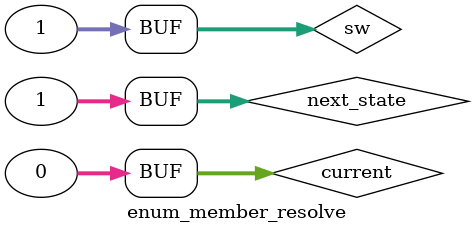
<source format=sv>

module enum_member_resolve;

  typedef enum { IDLE, RUNNING, DONE } state_t;

  state_t current;
  state_t next_state;

  assign current = IDLE;
  assign next_state = RUNNING;

  // Enum member with explicit initializer
  typedef enum { OFF = 0, ON = 1 } toggle_t;

  toggle_t sw;
  assign sw = ON;

endmodule

</source>
